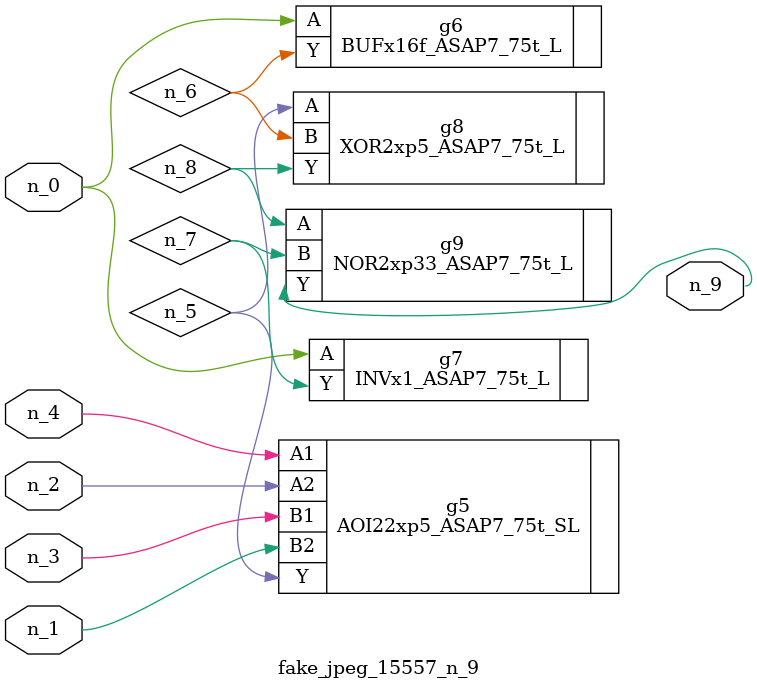
<source format=v>
module fake_jpeg_15557_n_9 (n_3, n_2, n_1, n_0, n_4, n_9);

input n_3;
input n_2;
input n_1;
input n_0;
input n_4;

output n_9;

wire n_8;
wire n_6;
wire n_5;
wire n_7;

AOI22xp5_ASAP7_75t_SL g5 ( 
.A1(n_4),
.A2(n_2),
.B1(n_3),
.B2(n_1),
.Y(n_5)
);

BUFx16f_ASAP7_75t_L g6 ( 
.A(n_0),
.Y(n_6)
);

INVx1_ASAP7_75t_L g7 ( 
.A(n_0),
.Y(n_7)
);

XOR2xp5_ASAP7_75t_L g8 ( 
.A(n_5),
.B(n_6),
.Y(n_8)
);

NOR2xp33_ASAP7_75t_L g9 ( 
.A(n_8),
.B(n_7),
.Y(n_9)
);


endmodule
</source>
